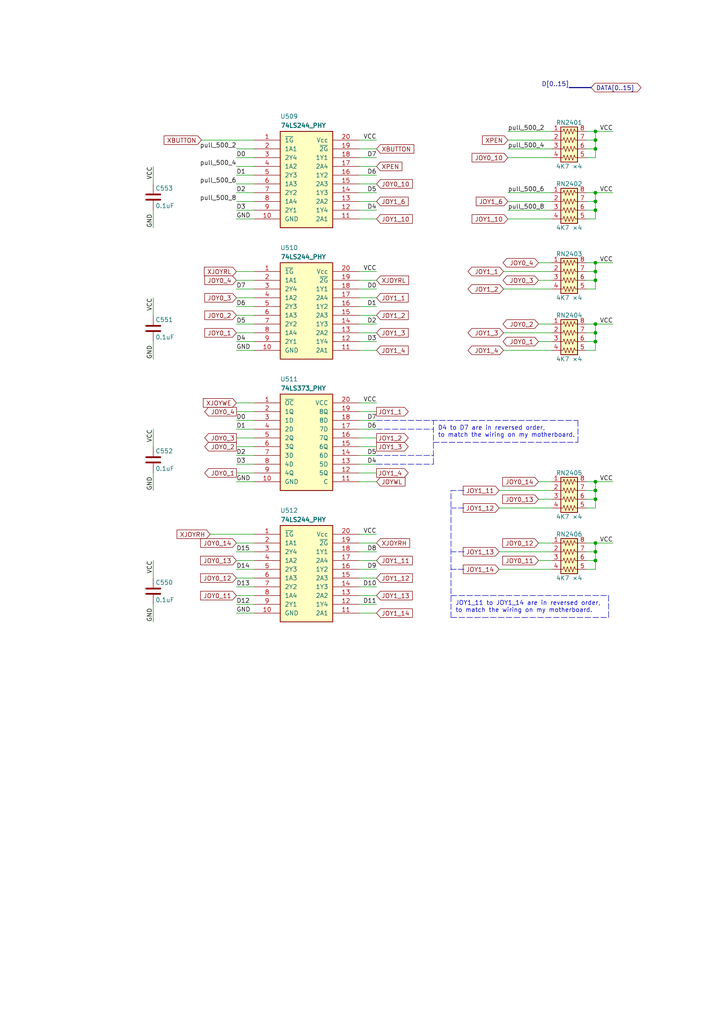
<source format=kicad_sch>
(kicad_sch (version 20211123) (generator eeschema)
  (paper "A4" portrait)
  (title_block (title "ReSTe mignon") (date "2022-07-13") (rev "mk0-0.1") (company "David SPORN") (comment 2 "original repository : https://github.com/sporniket/reste-mignon") (comment 4 "A remake of the Atari STe with some fixes applied and a target size of 25×18cm (B5)"))
  (lib_symbols
    (symbol "74x244:74LS244_PHY" (pin_names (offset 1.27))
      (property "Reference" "U" (at 0 0 0))
      (property "Value" "74LS244_PHY" (at 0 0 0))
      (symbol "74LS244_PHY_0_0"
        (rectangle (start -7.62 13.97) (end 7.62 -13.97) (stroke (width 0.254)) (fill (type background)))
        (pin input line (at -15.24 11.43 0) (length 7.62) (name "~{1G}") (number "1"))
        (pin power_in line (at -15.24 -11.43 0) (length 7.62) (name "GND") (number "10"))
        (pin input line (at 15.24 -11.43 180) (length 7.62) (name "2A1") (number "11"))
        (pin tri_state line (at 15.24 -8.89 180) (length 7.62) (name "1Y4") (number "12"))
        (pin input line (at 15.24 -6.35 180) (length 7.62) (name "2A2") (number "13"))
        (pin tri_state line (at 15.24 -3.81 180) (length 7.62) (name "1Y3") (number "14"))
        (pin input line (at 15.24 -1.27 180) (length 7.62) (name "2A3") (number "15"))
        (pin tri_state line (at 15.24 1.27 180) (length 7.62) (name "1Y2") (number "16"))
        (pin input line (at 15.24 3.81 180) (length 7.62) (name "2A4") (number "17"))
        (pin tri_state line (at 15.24 6.35 180) (length 7.62) (name "1Y1") (number "18"))
        (pin input line (at 15.24 8.89 180) (length 7.62) (name "~{2G}") (number "19"))
        (pin input line (at -15.24 8.89 0) (length 7.62) (name "1A1") (number "2"))
        (pin power_in line (at 15.24 11.43 180) (length 7.62) (name "Vcc") (number "20"))
        (pin tri_state line (at -15.24 6.35 0) (length 7.62) (name "2Y4") (number "3"))
        (pin input line (at -15.24 3.81 0) (length 7.62) (name "1A2") (number "4"))
        (pin tri_state line (at -15.24 1.27 0) (length 7.62) (name "2Y3") (number "5"))
        (pin input line (at -15.24 -1.27 0) (length 7.62) (name "1A3") (number "6"))
        (pin tri_state line (at -15.24 -3.81 0) (length 7.62) (name "2Y2") (number "7"))
        (pin input line (at -15.24 -6.35 0) (length 7.62) (name "1A4") (number "8"))
        (pin tri_state line (at -15.24 -8.89 0) (length 7.62) (name "2Y1") (number "9"))
      )
    )
    (symbol "74x373:74LS373_PHY" (pin_names (offset 1.27))
      (property "Reference" "U" (at 0 0 0))
      (property "Value" "74LS373_PHY" (at 0 0 0))
      (symbol "74LS373_PHY_0_0"
        (rectangle (start -7.62 13.97) (end 7.62 -13.97) (stroke (width 0.254)) (fill (type background)))
        (pin input line (at -15.24 11.43 0) (length 7.62) (name "~{OC}") (number "1"))
        (pin power_in line (at -15.24 -11.43 0) (length 7.62) (name "GND") (number "10"))
        (pin input line (at 15.24 -11.43 180) (length 7.62) (name "C") (number "11"))
        (pin output line (at 15.24 -8.89 180) (length 7.62) (name "5Q") (number "12"))
        (pin input line (at 15.24 -6.35 180) (length 7.62) (name "5D") (number "13"))
        (pin input line (at 15.24 -3.81 180) (length 7.62) (name "6D") (number "14"))
        (pin output line (at 15.24 -1.27 180) (length 7.62) (name "6Q") (number "15"))
        (pin output line (at 15.24 1.27 180) (length 7.62) (name "7Q") (number "16"))
        (pin input line (at 15.24 3.81 180) (length 7.62) (name "7D") (number "17"))
        (pin input line (at 15.24 6.35 180) (length 7.62) (name "8D") (number "18"))
        (pin output line (at 15.24 8.89 180) (length 7.62) (name "8Q") (number "19"))
        (pin output line (at -15.24 8.89 0) (length 7.62) (name "1Q") (number "2"))
        (pin power_in line (at 15.24 11.43 180) (length 7.62) (name "VCC") (number "20"))
        (pin input line (at -15.24 6.35 0) (length 7.62) (name "1D") (number "3"))
        (pin input line (at -15.24 3.81 0) (length 7.62) (name "2D") (number "4"))
        (pin output line (at -15.24 1.27 0) (length 7.62) (name "2Q") (number "5"))
        (pin output line (at -15.24 -1.27 0) (length 7.62) (name "3Q") (number "6"))
        (pin input line (at -15.24 -3.81 0) (length 7.62) (name "3D") (number "7"))
        (pin input line (at -15.24 -6.35 0) (length 7.62) (name "4D") (number "8"))
        (pin output line (at -15.24 -8.89 0) (length 7.62) (name "4Q") (number "9"))
      )
    )
    (symbol "Device:C" (pin_numbers hide) (pin_names (offset 0.254))
      (property "Reference" "C" (at 0.635 2.54 0))
      (property "Value" "C" (at 0.635 -2.54 0))
      (symbol "C_0_1"
        (polyline (pts (xy -2.032 -0.762) (xy 2.032 -0.762)) (stroke (width 0.508)))
        (polyline (pts (xy -2.032 0.762) (xy 2.032 0.762)) (stroke (width 0.508)))
      )
      (symbol "C_1_1"
        (pin passive line (at 0 3.81 270) (length 2.794) (name "~") (number "1"))
        (pin passive line (at 0 -3.81 90) (length 2.794) (name "~") (number "2"))
      )
    )
    (symbol "custom_passives:R_Pack04_US" (pin_names (offset 0) hide)
      (property "Reference" "RN" (at -7.62 0 90))
      (property "Value" "R_Pack04_US" (at 5.08 0 90))
      (symbol "R_Pack04_US_0_1"
        (rectangle (start -6.35 -2.413) (end 3.81 2.413) (stroke (width 0.254)) (fill (type background)))
        (polyline (pts (xy -5.08 -2.54) (xy -5.08 -1.905)))
        (polyline (pts (xy -5.08 1.905) (xy -5.08 2.54)))
        (polyline (pts (xy -2.54 -2.54) (xy -2.54 -1.905)))
        (polyline (pts (xy -2.54 1.905) (xy -2.54 2.54)))
        (polyline (pts (xy 0 -2.54) (xy 0 -1.905)))
        (polyline (pts (xy 0 1.905) (xy 0 2.54)))
        (polyline (pts (xy 2.54 -2.54) (xy 2.54 -1.905)))
        (polyline (pts (xy 2.54 1.905) (xy 2.54 2.54)))
        (polyline (pts (xy -5.08 -1.778) (xy -5.842 -1.524) (xy -4.318 -1.016) (xy -5.842 -0.508) (xy -4.318 0) (xy -5.842 0.508) (xy -4.318 1.016) (xy -5.842 1.524) (xy -5.08 1.778)))
        (polyline (pts (xy -2.54 -1.778) (xy -3.302 -1.524) (xy -1.778 -1.016) (xy -3.302 -0.508) (xy -1.778 0) (xy -3.302 0.508) (xy -1.778 1.016) (xy -3.302 1.524) (xy -2.54 1.778)))
      )
      (symbol "R_Pack04_US_1_1"
        (polyline (pts (xy 0 -1.778) (xy -0.762 -1.524) (xy 0.762 -1.016) (xy -0.762 -0.508) (xy 0.762 0) (xy -0.762 0.508) (xy 0.762 1.016) (xy -0.762 1.524) (xy 0 1.778)))
        (polyline (pts (xy 2.54 -1.778) (xy 1.778 -1.524) (xy 3.302 -1.016) (xy 1.778 -0.508) (xy 3.302 0) (xy 1.778 0.508) (xy 3.302 1.016) (xy 1.778 1.524) (xy 2.54 1.778)))
        (pin passive line (at -5.08 -5.08 90) (length 2.54) (name "R1.1") (number "1"))
        (pin passive line (at -2.54 -5.08 90) (length 2.54) (name "R2.1") (number "2"))
        (pin passive line (at 0 -5.08 90) (length 2.54) (name "R3.1") (number "3"))
        (pin passive line (at 2.54 -5.08 90) (length 2.54) (name "R4.1") (number "4"))
        (pin passive line (at 2.54 5.08 270) (length 2.54) (name "R4.2") (number "5"))
        (pin passive line (at 0 5.08 270) (length 2.54) (name "R3.2") (number "6"))
        (pin passive line (at -2.54 5.08 270) (length 2.54) (name "R2.2") (number "7"))
        (pin passive line (at -5.08 5.08 270) (length 2.54) (name "R1.2") (number "8"))
      )
    )
  )
  (junction (at 172.72 76.2))
  (junction (at 172.72 40.64))
  (junction (at 172.72 38.1))
  (junction (at 172.72 81.28))
  (junction (at 172.72 160.02))
  (junction (at 172.72 78.74))
  (junction (at 172.72 144.78))
  (junction (at 172.72 157.48))
  (junction (at 172.72 43.18))
  (junction (at 172.72 99.06))
  (junction (at 172.72 58.42))
  (junction (at 172.72 60.96))
  (junction (at 172.72 139.7))
  (junction (at 172.72 142.24))
  (junction (at 172.72 93.98))
  (junction (at 172.72 162.56))
  (junction (at 172.72 55.88))
  (junction (at 172.72 96.52))
  (wire (pts (xy 44.45 86.36) (xy 44.45 91.44)))
  (wire (pts (xy 104.14 116.84) (xy 109.22 116.84)))
  (wire (pts (xy 146.05 78.74) (xy 160.02 78.74)))
  (wire (pts (xy 44.45 162.56) (xy 44.45 167.64)))
  (wire (pts (xy 144.78 160.02) (xy 160.02 160.02)))
  (wire (pts (xy 170.18 83.82) (xy 172.72 83.82)))
  (wire (pts (xy 170.18 160.02) (xy 172.72 160.02)))
  (wire (pts (xy 68.58 165.1) (xy 73.66 165.1)))
  (wire (pts (xy 172.72 81.28) (xy 172.72 78.74)))
  (wire (pts (xy 68.58 45.72) (xy 73.66 45.72)))
  (wire (pts (xy 170.18 165.1) (xy 172.72 165.1)))
  (wire (pts (xy 170.18 38.1) (xy 172.72 38.1)))
  (wire (pts (xy 104.14 53.34) (xy 109.22 53.34)))
  (wire (pts (xy 156.21 144.78) (xy 160.02 144.78)))
  (wire (pts (xy 68.58 172.72) (xy 73.66 172.72)))
  (wire (pts (xy 172.72 38.1) (xy 177.8 38.1)))
  (wire (pts (xy 109.22 162.56) (xy 104.14 162.56)))
  (wire (pts (xy 144.78 147.32) (xy 160.02 147.32)))
  (wire (pts (xy 44.45 124.46) (xy 44.45 129.54)))
  (wire (pts (xy 104.14 43.18) (xy 109.22 43.18)))
  (wire (pts (xy 104.14 96.52) (xy 109.22 96.52)))
  (wire (pts (xy 68.58 83.82) (xy 73.66 83.82)))
  (wire (pts (xy 68.58 157.48) (xy 73.66 157.48)))
  (polyline (pts (xy 125.73 134.62) (xy 125.73 121.92)))
  (wire (pts (xy 68.58 99.06) (xy 73.66 99.06)))
  (wire (pts (xy 68.58 116.84) (xy 73.66 116.84)))
  (wire (pts (xy 172.72 160.02) (xy 172.72 157.48)))
  (wire (pts (xy 104.14 134.62) (xy 109.22 134.62)))
  (wire (pts (xy 170.18 58.42) (xy 172.72 58.42)))
  (wire (pts (xy 170.18 101.6) (xy 172.72 101.6)))
  (wire (pts (xy 68.58 132.08) (xy 73.66 132.08)))
  (wire (pts (xy 144.78 142.24) (xy 160.02 142.24)))
  (wire (pts (xy 172.72 157.48) (xy 177.8 157.48)))
  (wire (pts (xy 104.14 83.82) (xy 109.22 83.82)))
  (wire (pts (xy 68.58 81.28) (xy 73.66 81.28)))
  (wire (pts (xy 68.58 63.5) (xy 73.66 63.5)))
  (wire (pts (xy 104.14 132.08) (xy 109.22 132.08)))
  (wire (pts (xy 68.58 55.88) (xy 73.66 55.88)))
  (wire (pts (xy 147.32 60.96) (xy 160.02 60.96)))
  (wire (pts (xy 172.72 142.24) (xy 172.72 139.7)))
  (wire (pts (xy 147.32 43.18) (xy 160.02 43.18)))
  (wire (pts (xy 172.72 83.82) (xy 172.72 81.28)))
  (wire (pts (xy 172.72 58.42) (xy 172.72 55.88)))
  (wire (pts (xy 60.96 154.94) (xy 73.66 154.94)))
  (wire (pts (xy 172.72 99.06) (xy 172.72 96.52)))
  (wire (pts (xy 68.58 48.26) (xy 73.66 48.26)))
  (wire (pts (xy 156.21 157.48) (xy 160.02 157.48)))
  (wire (pts (xy 170.18 147.32) (xy 172.72 147.32)))
  (wire (pts (xy 104.14 124.46) (xy 109.22 124.46)))
  (wire (pts (xy 146.05 83.82) (xy 160.02 83.82)))
  (wire (pts (xy 68.58 91.44) (xy 73.66 91.44)))
  (wire (pts (xy 104.14 86.36) (xy 109.22 86.36)))
  (wire (pts (xy 68.58 129.54) (xy 73.66 129.54)))
  (wire (pts (xy 68.58 127) (xy 73.66 127)))
  (wire (pts (xy 172.72 43.18) (xy 172.72 40.64)))
  (wire (pts (xy 170.18 78.74) (xy 172.72 78.74)))
  (polyline (pts (xy 130.81 179.07) (xy 176.53 179.07)))
  (wire (pts (xy 104.14 139.7) (xy 109.22 139.7)))
  (polyline (pts (xy 125.73 128.27) (xy 167.64 128.27)))
  (wire (pts (xy 68.58 50.8) (xy 73.66 50.8)))
  (polyline (pts (xy 109.22 132.08) (xy 125.73 132.08)))
  (wire (pts (xy 68.58 88.9) (xy 73.66 88.9)))
  (wire (pts (xy 109.22 165.1) (xy 104.14 165.1)))
  (wire (pts (xy 146.05 101.6) (xy 160.02 101.6)))
  (wire (pts (xy 44.45 99.06) (xy 44.45 104.14)))
  (wire (pts (xy 68.58 78.74) (xy 73.66 78.74)))
  (wire (pts (xy 104.14 55.88) (xy 109.22 55.88)))
  (wire (pts (xy 172.72 139.7) (xy 177.8 139.7)))
  (wire (pts (xy 68.58 121.92) (xy 73.66 121.92)))
  (wire (pts (xy 170.18 81.28) (xy 172.72 81.28)))
  (wire (pts (xy 170.18 162.56) (xy 172.72 162.56)))
  (polyline (pts (xy 134.62 147.32) (xy 130.81 147.32)))
  (wire (pts (xy 170.18 99.06) (xy 172.72 99.06)))
  (wire (pts (xy 170.18 96.52) (xy 172.72 96.52)))
  (wire (pts (xy 68.58 139.7) (xy 73.66 139.7)))
  (polyline (pts (xy 134.62 165.1) (xy 130.81 165.1)))
  (polyline (pts (xy 109.22 121.92) (xy 167.64 121.92)))
  (wire (pts (xy 68.58 177.8) (xy 73.66 177.8)))
  (wire (pts (xy 172.72 40.64) (xy 172.72 38.1)))
  (wire (pts (xy 170.18 142.24) (xy 172.72 142.24)))
  (wire (pts (xy 170.18 43.18) (xy 172.72 43.18)))
  (wire (pts (xy 172.72 93.98) (xy 177.8 93.98)))
  (wire (pts (xy 109.22 175.26) (xy 104.14 175.26)))
  (wire (pts (xy 68.58 162.56) (xy 73.66 162.56)))
  (wire (pts (xy 104.14 60.96) (xy 109.22 60.96)))
  (wire (pts (xy 104.14 154.94) (xy 109.22 154.94)))
  (wire (pts (xy 172.72 60.96) (xy 172.72 58.42)))
  (bus (pts (xy 165.1 25.4) (xy 171.45 25.4)))
  (wire (pts (xy 170.18 144.78) (xy 172.72 144.78)))
  (wire (pts (xy 104.14 127) (xy 109.22 127)))
  (wire (pts (xy 109.22 170.18) (xy 104.14 170.18)))
  (wire (pts (xy 68.58 86.36) (xy 73.66 86.36)))
  (wire (pts (xy 68.58 101.6) (xy 73.66 101.6)))
  (wire (pts (xy 68.58 96.52) (xy 73.66 96.52)))
  (wire (pts (xy 172.72 78.74) (xy 172.72 76.2)))
  (wire (pts (xy 104.14 48.26) (xy 109.22 48.26)))
  (wire (pts (xy 172.72 144.78) (xy 172.72 142.24)))
  (wire (pts (xy 104.14 45.72) (xy 109.22 45.72)))
  (wire (pts (xy 146.05 96.52) (xy 160.02 96.52)))
  (wire (pts (xy 156.21 76.2) (xy 160.02 76.2)))
  (wire (pts (xy 104.14 40.64) (xy 109.22 40.64)))
  (wire (pts (xy 170.18 76.2) (xy 172.72 76.2)))
  (wire (pts (xy 104.14 93.98) (xy 109.22 93.98)))
  (wire (pts (xy 68.58 175.26) (xy 73.66 175.26)))
  (wire (pts (xy 172.72 147.32) (xy 172.72 144.78)))
  (wire (pts (xy 156.21 139.7) (xy 160.02 139.7)))
  (wire (pts (xy 144.78 165.1) (xy 160.02 165.1)))
  (wire (pts (xy 104.14 88.9) (xy 109.22 88.9)))
  (wire (pts (xy 170.18 93.98) (xy 172.72 93.98)))
  (wire (pts (xy 170.18 45.72) (xy 172.72 45.72)))
  (wire (pts (xy 104.14 81.28) (xy 109.22 81.28)))
  (wire (pts (xy 104.14 101.6) (xy 109.22 101.6)))
  (wire (pts (xy 68.58 43.18) (xy 73.66 43.18)))
  (polyline (pts (xy 167.64 128.27) (xy 167.64 121.92)))
  (wire (pts (xy 172.72 76.2) (xy 177.8 76.2)))
  (wire (pts (xy 147.32 55.88) (xy 160.02 55.88)))
  (wire (pts (xy 172.72 63.5) (xy 172.72 60.96)))
  (wire (pts (xy 172.72 96.52) (xy 172.72 93.98)))
  (polyline (pts (xy 109.22 124.46) (xy 125.73 124.46)))
  (wire (pts (xy 172.72 165.1) (xy 172.72 162.56)))
  (wire (pts (xy 170.18 63.5) (xy 172.72 63.5)))
  (wire (pts (xy 104.14 63.5) (xy 109.22 63.5)))
  (wire (pts (xy 104.14 129.54) (xy 109.22 129.54)))
  (polyline (pts (xy 130.81 172.72) (xy 176.53 172.72)))
  (wire (pts (xy 170.18 157.48) (xy 172.72 157.48)))
  (polyline (pts (xy 130.81 179.07) (xy 130.81 142.24)))
  (polyline (pts (xy 109.22 134.62) (xy 125.73 134.62)))
  (wire (pts (xy 68.58 124.46) (xy 73.66 124.46)))
  (wire (pts (xy 156.21 93.98) (xy 160.02 93.98)))
  (wire (pts (xy 147.32 38.1) (xy 160.02 38.1)))
  (wire (pts (xy 172.72 45.72) (xy 172.72 43.18)))
  (wire (pts (xy 68.58 167.64) (xy 73.66 167.64)))
  (wire (pts (xy 68.58 119.38) (xy 73.66 119.38)))
  (wire (pts (xy 44.45 60.96) (xy 44.45 66.04)))
  (wire (pts (xy 170.18 55.88) (xy 172.72 55.88)))
  (wire (pts (xy 58.42 40.64) (xy 73.66 40.64)))
  (polyline (pts (xy 176.53 172.72) (xy 176.53 179.07)))
  (wire (pts (xy 104.14 58.42) (xy 109.22 58.42)))
  (wire (pts (xy 44.45 137.16) (xy 44.45 142.24)))
  (polyline (pts (xy 134.62 142.24) (xy 130.81 142.24)))
  (wire (pts (xy 109.22 160.02) (xy 104.14 160.02)))
  (wire (pts (xy 109.22 177.8) (xy 104.14 177.8)))
  (wire (pts (xy 104.14 119.38) (xy 109.22 119.38)))
  (wire (pts (xy 68.58 60.96) (xy 73.66 60.96)))
  (wire (pts (xy 68.58 53.34) (xy 73.66 53.34)))
  (polyline (pts (xy 134.62 160.02) (xy 130.81 160.02)))
  (wire (pts (xy 104.14 121.92) (xy 109.22 121.92)))
  (wire (pts (xy 109.22 157.48) (xy 104.14 157.48)))
  (wire (pts (xy 147.32 58.42) (xy 160.02 58.42)))
  (wire (pts (xy 68.58 134.62) (xy 73.66 134.62)))
  (wire (pts (xy 170.18 139.7) (xy 172.72 139.7)))
  (wire (pts (xy 68.58 93.98) (xy 73.66 93.98)))
  (wire (pts (xy 156.21 81.28) (xy 160.02 81.28)))
  (wire (pts (xy 109.22 167.64) (xy 104.14 167.64)))
  (wire (pts (xy 104.14 91.44) (xy 109.22 91.44)))
  (wire (pts (xy 104.14 78.74) (xy 109.22 78.74)))
  (wire (pts (xy 104.14 137.16) (xy 109.22 137.16)))
  (wire (pts (xy 170.18 40.64) (xy 172.72 40.64)))
  (wire (pts (xy 170.18 60.96) (xy 172.72 60.96)))
  (wire (pts (xy 68.58 160.02) (xy 73.66 160.02)))
  (wire (pts (xy 172.72 101.6) (xy 172.72 99.06)))
  (wire (pts (xy 147.32 40.64) (xy 160.02 40.64)))
  (wire (pts (xy 44.45 48.26) (xy 44.45 53.34)))
  (wire (pts (xy 172.72 55.88) (xy 177.8 55.88)))
  (wire (pts (xy 68.58 58.42) (xy 73.66 58.42)))
  (wire (pts (xy 172.72 162.56) (xy 172.72 160.02)))
  (wire (pts (xy 68.58 137.16) (xy 73.66 137.16)))
  (wire (pts (xy 147.32 63.5) (xy 160.02 63.5)))
  (wire (pts (xy 104.14 99.06) (xy 109.22 99.06)))
  (wire (pts (xy 147.32 45.72) (xy 160.02 45.72)))
  (wire (pts (xy 156.21 162.56) (xy 160.02 162.56)))
  (wire (pts (xy 104.14 50.8) (xy 109.22 50.8)))
  (wire (pts (xy 109.22 172.72) (xy 104.14 172.72)))
  (wire (pts (xy 156.21 99.06) (xy 160.02 99.06)))
  (wire (pts (xy 44.45 175.26) (xy 44.45 180.34)))
  (wire (pts (xy 68.58 170.18) (xy 73.66 170.18)))
  (text "JOY1_11 to JOY1_14 are in reversed order,\nto match the wiring on my motherboard.\n" (at 132.08 177.8 0) (effects (font (size 1.27 1.27)) (justify left bottom)))
  (text "D4 to D7 are in reversed order,\nto match the wiring on my motherboard.\n" (at 127 127 0) (effects (font (size 1.27 1.27)) (justify left bottom)))
  (label "D3" (at 68.58 60.96 0))
  (label "D5" (at 68.58 93.98 0))
  (label "D14" (at 68.58 165.1 0))
  (label "pull_500_2" (at 68.58 43.18 180))
  (label "D0" (at 68.58 121.92 0))
  (label "D7" (at 68.58 83.82 0))
  (label "pull_500_2" (at 147.32 38.1 0))
  (label "GND" (at 44.45 142.24 90))
  (label "VCC" (at 109.22 40.64 180))
  (label "D3" (at 109.22 99.06 180))
  (label "pull_500_6" (at 147.32 55.88 0))
  (label "D4" (at 109.22 60.96 180))
  (label "VCC" (at 44.45 86.36 270))
  (label "D4" (at 68.58 99.06 0))
  (label "D1" (at 68.58 124.46 0))
  (label "VCC" (at 177.8 93.98 180))
  (label "VCC" (at 109.22 78.74 180))
  (label "VCC" (at 177.8 38.1 180))
  (label "D5" (at 109.22 132.08 180))
  (label "D7" (at 109.22 45.72 180))
  (label "D12" (at 68.58 175.26 0))
  (label "D[0..15]" (at 165.1 25.4 180))
  (label "GND" (at 44.45 104.14 90))
  (label "pull_500_4" (at 147.32 43.18 0))
  (label "D0" (at 109.22 83.82 180))
  (label "D2" (at 68.58 55.88 0))
  (label "D13" (at 68.58 170.18 0))
  (label "D6" (at 109.22 124.46 180))
  (label "VCC" (at 109.22 116.84 180))
  (label "D11" (at 109.22 175.26 180))
  (label "D2" (at 68.58 132.08 0))
  (label "VCC" (at 177.8 76.2 180))
  (label "VCC" (at 177.8 157.48 180))
  (label "VCC" (at 44.45 48.26 270))
  (label "GND" (at 44.45 66.04 90))
  (label "pull_500_6" (at 68.58 53.34 180))
  (label "pull_500_8" (at 68.58 58.42 180))
  (label "VCC" (at 177.8 139.7 180))
  (label "D4" (at 109.22 134.62 180))
  (label "GND" (at 44.45 180.34 90))
  (label "GND" (at 68.58 177.8 0))
  (label "D5" (at 109.22 55.88 180))
  (label "GND" (at 68.58 63.5 0))
  (label "D6" (at 68.58 88.9 0))
  (label "D8" (at 109.22 160.02 180))
  (label "D9" (at 109.22 165.1 180))
  (label "GND" (at 68.58 101.6 0))
  (label "VCC" (at 44.45 124.46 270))
  (label "D7" (at 109.22 121.92 180))
  (label "VCC" (at 109.22 154.94 180))
  (label "D3" (at 68.58 134.62 0))
  (label "VCC" (at 44.45 162.56 270))
  (label "D15" (at 68.58 160.02 0))
  (label "D1" (at 68.58 50.8 0))
  (label "GND" (at 68.58 139.7 0))
  (label "D0" (at 68.58 45.72 0))
  (label "D1" (at 109.22 88.9 180))
  (label "VCC" (at 177.8 55.88 180))
  (label "D10" (at 109.22 170.18 180))
  (label "pull_500_8" (at 147.32 60.96 0))
  (label "D2" (at 109.22 93.98 180))
  (label "D6" (at 109.22 50.8 180))
  (label "pull_500_4" (at 68.58 48.26 180))
  (global_label "JOY0_10" (shape input) (at 147.32 45.72 180) (property "Intersheet References" "${INTERSHEET_REFS}" (effects hide)))
  (global_label "JOY1_11" (shape input) (at 144.78 142.24 180) (property "Intersheet References" "${INTERSHEET_REFS}" (effects hide)))
  (global_label "JOY1_1" (shape input) (at 109.22 86.36 0) (property "Intersheet References" "${INTERSHEET_REFS}" (effects hide)))
  (global_label "JOY1_14" (shape input) (at 144.78 165.1 180) (property "Intersheet References" "${INTERSHEET_REFS}" (effects hide)))
  (global_label "XJOYRL" (shape input) (at 68.58 78.74 180) (property "Intersheet References" "${INTERSHEET_REFS}" (effects hide)))
  (global_label "JOY0_13" (shape input) (at 68.58 162.56 180) (property "Intersheet References" "${INTERSHEET_REFS}" (effects hide)))
  (global_label "JOY1_2" (shape output) (at 109.22 127 0) (property "Intersheet References" "${INTERSHEET_REFS}" (effects hide)))
  (global_label "JOY1_10" (shape input) (at 109.22 63.5 0) (property "Intersheet References" "${INTERSHEET_REFS}" (effects hide)))
  (global_label "JOY1_13" (shape input) (at 109.22 172.72 0) (property "Intersheet References" "${INTERSHEET_REFS}" (effects hide)))
  (global_label "JOY0_1" (shape bidirectional) (at 156.21 99.06 180) (property "Intersheet References" "${INTERSHEET_REFS}" (effects hide)))
  (global_label "JOY1_3" (shape bidirectional) (at 146.05 96.52 180) (property "Intersheet References" "${INTERSHEET_REFS}" (effects hide)))
  (global_label "JOY0_2" (shape bidirectional) (at 156.21 93.98 180) (property "Intersheet References" "${INTERSHEET_REFS}" (effects hide)))
  (global_label "JOY0_12" (shape input) (at 156.21 157.48 180) (property "Intersheet References" "${INTERSHEET_REFS}" (effects hide)))
  (global_label "JOY0_4" (shape output) (at 68.58 119.38 180) (property "Intersheet References" "${INTERSHEET_REFS}" (effects hide)))
  (global_label "JOY1_13" (shape input) (at 144.78 160.02 180) (property "Intersheet References" "${INTERSHEET_REFS}" (effects hide)))
  (global_label "JOY1_1" (shape bidirectional) (at 146.05 78.74 180) (property "Intersheet References" "${INTERSHEET_REFS}" (effects hide)))
  (global_label "XPEN" (shape input) (at 147.32 40.64 180) (property "Intersheet References" "${INTERSHEET_REFS}" (effects hide)))
  (global_label "XPEN" (shape input) (at 109.22 48.26 0) (property "Intersheet References" "${INTERSHEET_REFS}" (effects hide)))
  (global_label "JOY0_3" (shape output) (at 68.58 127 180) (property "Intersheet References" "${INTERSHEET_REFS}" (effects hide)))
  (global_label "XJOYRH" (shape input) (at 60.96 154.94 180) (property "Intersheet References" "${INTERSHEET_REFS}" (effects hide)))
  (global_label "JOY1_11" (shape input) (at 109.22 162.56 0) (property "Intersheet References" "${INTERSHEET_REFS}" (effects hide)))
  (global_label "JOY1_4" (shape bidirectional) (at 146.05 101.6 180) (property "Intersheet References" "${INTERSHEET_REFS}" (effects hide)))
  (global_label "XJOYRH" (shape input) (at 109.22 157.48 0) (property "Intersheet References" "${INTERSHEET_REFS}" (effects hide)))
  (global_label "JOY0_1" (shape input) (at 68.58 96.52 180) (property "Intersheet References" "${INTERSHEET_REFS}" (effects hide)))
  (global_label "JOY1_3" (shape input) (at 109.22 96.52 0) (property "Intersheet References" "${INTERSHEET_REFS}" (effects hide)))
  (global_label "JOY0_12" (shape input) (at 68.58 167.64 180) (property "Intersheet References" "${INTERSHEET_REFS}" (effects hide)))
  (global_label "JOY0_4" (shape input) (at 68.58 81.28 180) (property "Intersheet References" "${INTERSHEET_REFS}" (effects hide)))
  (global_label "JOY1_3" (shape output) (at 109.22 129.54 0) (property "Intersheet References" "${INTERSHEET_REFS}" (effects hide)))
  (global_label "JOY0_3" (shape input) (at 68.58 86.36 180) (property "Intersheet References" "${INTERSHEET_REFS}" (effects hide)))
  (global_label "JOY0_13" (shape input) (at 156.21 144.78 180) (property "Intersheet References" "${INTERSHEET_REFS}" (effects hide)))
  (global_label "JOYWL" (shape input) (at 109.22 139.7 0) (property "Intersheet References" "${INTERSHEET_REFS}" (effects hide)))
  (global_label "JOY1_1" (shape output) (at 109.22 119.38 0) (property "Intersheet References" "${INTERSHEET_REFS}" (effects hide)))
  (global_label "JOY0_11" (shape input) (at 68.58 172.72 180) (property "Intersheet References" "${INTERSHEET_REFS}" (effects hide)))
  (global_label "JOY1_10" (shape input) (at 147.32 63.5 180) (property "Intersheet References" "${INTERSHEET_REFS}" (effects hide)))
  (global_label "JOY1_4" (shape input) (at 109.22 101.6 0) (property "Intersheet References" "${INTERSHEET_REFS}" (effects hide)))
  (global_label "XJOYWE" (shape input) (at 68.58 116.84 180) (property "Intersheet References" "${INTERSHEET_REFS}" (effects hide)))
  (global_label "JOY1_4" (shape output) (at 109.22 137.16 0) (property "Intersheet References" "${INTERSHEET_REFS}" (effects hide)))
  (global_label "DATA[0..15]" (shape bidirectional) (at 171.45 25.4 0) (property "Intersheet References" "${INTERSHEET_REFS}" (effects hide)))
  (global_label "JOY1_14" (shape input) (at 109.22 177.8 0) (property "Intersheet References" "${INTERSHEET_REFS}" (effects hide)))
  (global_label "XBUTTON" (shape input) (at 109.22 43.18 0) (property "Intersheet References" "${INTERSHEET_REFS}" (effects hide)))
  (global_label "JOY0_11" (shape input) (at 156.21 162.56 180) (property "Intersheet References" "${INTERSHEET_REFS}" (effects hide)))
  (global_label "JOY0_3" (shape bidirectional) (at 156.21 81.28 180) (property "Intersheet References" "${INTERSHEET_REFS}" (effects hide)))
  (global_label "JOY1_6" (shape input) (at 109.22 58.42 0) (property "Intersheet References" "${INTERSHEET_REFS}" (effects hide)))
  (global_label "JOY0_14" (shape input) (at 156.21 139.7 180) (property "Intersheet References" "${INTERSHEET_REFS}" (effects hide)))
  (global_label "JOY1_12" (shape input) (at 144.78 147.32 180) (property "Intersheet References" "${INTERSHEET_REFS}" (effects hide)))
  (global_label "XJOYRL" (shape input) (at 109.22 81.28 0) (property "Intersheet References" "${INTERSHEET_REFS}" (effects hide)))
  (global_label "JOY0_4" (shape bidirectional) (at 156.21 76.2 180) (property "Intersheet References" "${INTERSHEET_REFS}" (effects hide)))
  (global_label "JOY1_2" (shape bidirectional) (at 146.05 83.82 180) (property "Intersheet References" "${INTERSHEET_REFS}" (effects hide)))
  (global_label "JOY1_12" (shape input) (at 109.22 167.64 0) (property "Intersheet References" "${INTERSHEET_REFS}" (effects hide)))
  (global_label "JOY0_1" (shape output) (at 68.58 137.16 180) (property "Intersheet References" "${INTERSHEET_REFS}" (effects hide)))
  (global_label "JOY0_14" (shape input) (at 68.58 157.48 180) (property "Intersheet References" "${INTERSHEET_REFS}" (effects hide)))
  (global_label "JOY0_2" (shape output) (at 68.58 129.54 180) (property "Intersheet References" "${INTERSHEET_REFS}" (effects hide)))
  (global_label "JOY1_6" (shape input) (at 147.32 58.42 180) (property "Intersheet References" "${INTERSHEET_REFS}" (effects hide)))
  (global_label "JOY0_10" (shape input) (at 109.22 53.34 0) (property "Intersheet References" "${INTERSHEET_REFS}" (effects hide)))
  (global_label "XBUTTON" (shape input) (at 58.42 40.64 180) (property "Intersheet References" "${INTERSHEET_REFS}" (effects hide)))
  (global_label "JOY1_2" (shape input) (at 109.22 91.44 0) (property "Intersheet References" "${INTERSHEET_REFS}" (effects hide)))
  (global_label "JOY0_2" (shape input) (at 68.58 91.44 180) (property "Intersheet References" "${INTERSHEET_REFS}" (effects hide)))
  (symbol (lib_id "74x244:74LS244_PHY") (at 88.9 52.07 0)
    (property "Reference" "U509" (at 81.28 33.02 0) (effects (justify left top)))
    (property "Value" "74LS244_PHY" (at 81.28 35.56 0) (effects (font bold) (justify left top)))
    (property "Footprint" "Package_DIP:DIP-20_W7.62mm_LongPads" (effects hide))
  )
  (symbol (lib_id "74x244:74LS244_PHY") (at 88.9 90.17 0)
    (property "Reference" "U510" (at 81.28 71.12 0) (effects (justify left top)))
    (property "Value" "74LS244_PHY" (at 81.28 73.66 0) (effects (font bold) (justify left top)))
    (property "Footprint" "Package_DIP:DIP-20_W7.62mm_LongPads" (effects hide))
  )
  (symbol (lib_id "74x244:74LS244_PHY") (at 88.9 166.37 0)
    (property "Reference" "U512" (at 81.28 147.32 0) (effects (justify left top)))
    (property "Value" "74LS244_PHY" (at 81.28 149.86 0) (effects (font bold) (justify left top)))
    (property "Footprint" "Package_DIP:DIP-20_W7.62mm_LongPads" (effects hide))
  )
  (symbol (lib_id "74x373:74LS373_PHY") (at 88.9 128.27 0)
    (property "Reference" "U511" (at 81.28 109.22 0) (effects (justify left top)))
    (property "Value" "74LS373_PHY" (at 81.28 111.76 0) (effects (font bold) (justify left top)))
    (property "Footprint" "Package_DIP:DIP-20_W7.62mm_LongPads" (effects hide))
  )
  (symbol (lib_id "Device:C") (at 44.45 57.15 0)
    (property "Reference" "C553" (at 45.085 54.61 0) (effects (justify left)))
    (property "Value" "0.1uF" (at 45.085 59.69 0) (effects (justify left)))
    (property "Footprint" "Capacitor_SMD:C_1206_3216Metric_Pad1.33x1.80mm_HandSolder" (effects hide))
  )
  (symbol (lib_id "Device:C") (at 44.45 95.25 0)
    (property "Reference" "C551" (at 45.085 92.71 0) (effects (justify left)))
    (property "Value" "0.1uF" (at 45.085 97.79 0) (effects (justify left)))
    (property "Footprint" "Capacitor_SMD:C_1206_3216Metric_Pad1.33x1.80mm_HandSolder" (effects hide))
  )
  (symbol (lib_id "Device:C") (at 44.45 133.35 0)
    (property "Reference" "C552" (at 45.085 130.81 0) (effects (justify left)))
    (property "Value" "0.1uF" (at 45.085 135.89 0) (effects (justify left)))
    (property "Footprint" "Capacitor_SMD:C_1206_3216Metric_Pad1.33x1.80mm_HandSolder" (effects hide))
  )
  (symbol (lib_id "Device:C") (at 44.45 171.45 0)
    (property "Reference" "C550" (at 45.085 168.91 0) (effects (justify left)))
    (property "Value" "0.1uF" (at 45.085 173.99 0) (effects (justify left)))
    (property "Footprint" "Capacitor_SMD:C_1206_3216Metric_Pad1.33x1.80mm_HandSolder" (effects hide))
  )
  (symbol (lib_id "custom_passives:R_Pack04_US") (at 165.1 81.28 270) (unit 1)
    (property "Reference" "RN2403" (at 165.1 73.66 90))
    (property "Value" "4K7 ×4" (at 165.1 86.36 90))
    (property "Footprint" "Resistor_SMD:R_Array_Convex_4x0603" (effects hide))
  )
  (symbol (lib_id "custom_passives:R_Pack04_US") (at 165.1 99.06 270) (unit 1)
    (property "Reference" "RN2404" (at 165.1 91.44 90))
    (property "Value" "4K7 ×4" (at 165.1 104.14 90))
    (property "Footprint" "Resistor_SMD:R_Array_Convex_4x0603" (effects hide))
  )
  (symbol (lib_id "custom_passives:R_Pack04_US") (at 165.1 144.78 270) (unit 1)
    (property "Reference" "RN2405" (at 165.1 137.16 90))
    (property "Value" "4K7 ×4" (at 165.1 149.86 90))
    (property "Footprint" "Resistor_SMD:R_Array_Convex_4x0603" (effects hide))
  )
  (symbol (lib_id "custom_passives:R_Pack04_US") (at 165.1 162.56 270) (unit 1)
    (property "Reference" "RN2406" (at 165.1 154.94 90))
    (property "Value" "4K7 ×4" (at 165.1 167.64 90))
    (property "Footprint" "Resistor_SMD:R_Array_Convex_4x0603" (effects hide))
  )
  (symbol (lib_id "custom_passives:R_Pack04_US") (at 165.1 60.96 270) (unit 1)
    (property "Reference" "RN2402" (at 165.1 53.34 90))
    (property "Value" "4K7 ×4" (at 165.1 66.04 90))
    (property "Footprint" "Resistor_SMD:R_Array_Convex_4x0603" (effects hide))
  )
  (symbol (lib_id "custom_passives:R_Pack04_US") (at 165.1 43.18 270) (unit 1)
    (property "Reference" "RN2401" (at 165.1 35.56 90))
    (property "Value" "4K7 ×4" (at 165.1 48.26 90))
    (property "Footprint" "Resistor_SMD:R_Array_Convex_4x0603" (effects hide))
  )
)
</source>
